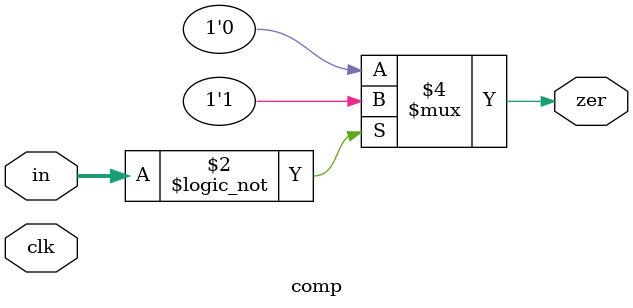
<source format=v>
`timescale 1ns / 1ps
module comp( input clk,
            input [15:0]in,output reg zer
    );
always @(clk)
begin
if(in == 16'h0000)
zer <= 1;
else
zer <= 0;
end
endmodule

</source>
